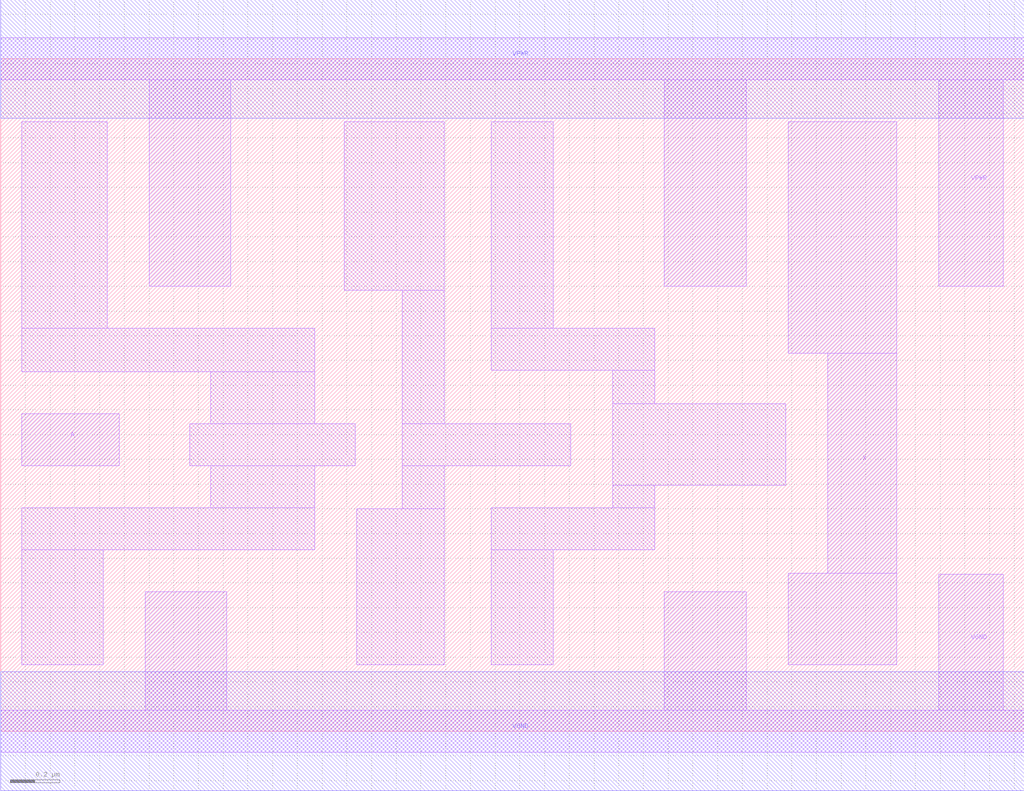
<source format=lef>
# Copyright 2020 The SkyWater PDK Authors
#
# Licensed under the Apache License, Version 2.0 (the "License");
# you may not use this file except in compliance with the License.
# You may obtain a copy of the License at
#
#     https://www.apache.org/licenses/LICENSE-2.0
#
# Unless required by applicable law or agreed to in writing, software
# distributed under the License is distributed on an "AS IS" BASIS,
# WITHOUT WARRANTIES OR CONDITIONS OF ANY KIND, either express or implied.
# See the License for the specific language governing permissions and
# limitations under the License.
#
# SPDX-License-Identifier: Apache-2.0

VERSION 5.5 ;
NAMESCASESENSITIVE ON ;
BUSBITCHARS "[]" ;
DIVIDERCHAR "/" ;
MACRO sky130_fd_sc_hd__clkdlybuf4s50_2
  CLASS CORE ;
  SOURCE USER ;
  ORIGIN  0.000000  0.000000 ;
  SIZE  4.140000 BY  2.720000 ;
  SYMMETRY X Y R90 ;
  SITE unithd ;
  PIN A
    ANTENNAGATEAREA  0.213000 ;
    DIRECTION INPUT ;
    USE SIGNAL ;
    PORT
      LAYER li1 ;
        RECT 0.085000 1.075000 0.480000 1.285000 ;
    END
  END A
  PIN X
    ANTENNADIFFAREA  0.390500 ;
    DIRECTION OUTPUT ;
    USE SIGNAL ;
    PORT
      LAYER li1 ;
        RECT 3.185000 0.270000 3.625000 0.640000 ;
        RECT 3.185000 1.530000 3.625000 2.465000 ;
        RECT 3.345000 0.640000 3.625000 1.530000 ;
    END
  END X
  PIN VGND
    DIRECTION INOUT ;
    SHAPE ABUTMENT ;
    USE GROUND ;
    PORT
      LAYER li1 ;
        RECT 0.000000 -0.085000 4.140000 0.085000 ;
        RECT 0.585000  0.085000 0.915000 0.565000 ;
        RECT 2.685000  0.085000 3.015000 0.565000 ;
        RECT 3.795000  0.085000 4.055000 0.635000 ;
    END
    PORT
      LAYER met1 ;
        RECT 0.000000 -0.240000 4.140000 0.240000 ;
    END
  END VGND
  PIN VNB
    DIRECTION INOUT ;
    USE GROUND ;
    PORT
    END
  END VNB
  PIN VPB
    DIRECTION INOUT ;
    USE POWER ;
    PORT
    END
  END VPB
  PIN VPWR
    DIRECTION INOUT ;
    SHAPE ABUTMENT ;
    USE POWER ;
    PORT
      LAYER li1 ;
        RECT 0.000000 2.635000 4.140000 2.805000 ;
        RECT 0.600000 1.800000 0.930000 2.635000 ;
        RECT 2.685000 1.800000 3.015000 2.635000 ;
        RECT 3.795000 1.800000 4.055000 2.635000 ;
    END
    PORT
      LAYER met1 ;
        RECT 0.000000 2.480000 4.140000 2.960000 ;
    END
  END VPWR
  OBS
    LAYER li1 ;
      RECT 0.085000 0.270000 0.415000 0.735000 ;
      RECT 0.085000 0.735000 1.270000 0.905000 ;
      RECT 0.085000 1.455000 1.270000 1.630000 ;
      RECT 0.085000 1.630000 0.430000 2.465000 ;
      RECT 0.765000 1.075000 1.435000 1.245000 ;
      RECT 0.850000 0.905000 1.270000 1.075000 ;
      RECT 0.850000 1.245000 1.270000 1.455000 ;
      RECT 1.390000 1.785000 1.795000 2.465000 ;
      RECT 1.440000 0.270000 1.795000 0.900000 ;
      RECT 1.625000 0.900000 1.795000 1.075000 ;
      RECT 1.625000 1.075000 2.305000 1.245000 ;
      RECT 1.625000 1.245000 1.795000 1.785000 ;
      RECT 1.985000 0.270000 2.235000 0.735000 ;
      RECT 1.985000 0.735000 2.645000 0.905000 ;
      RECT 1.985000 1.460000 2.645000 1.630000 ;
      RECT 1.985000 1.630000 2.235000 2.465000 ;
      RECT 2.475000 0.905000 2.645000 0.995000 ;
      RECT 2.475000 0.995000 3.175000 1.325000 ;
      RECT 2.475000 1.325000 2.645000 1.460000 ;
  END
END sky130_fd_sc_hd__clkdlybuf4s50_2
END LIBRARY

</source>
